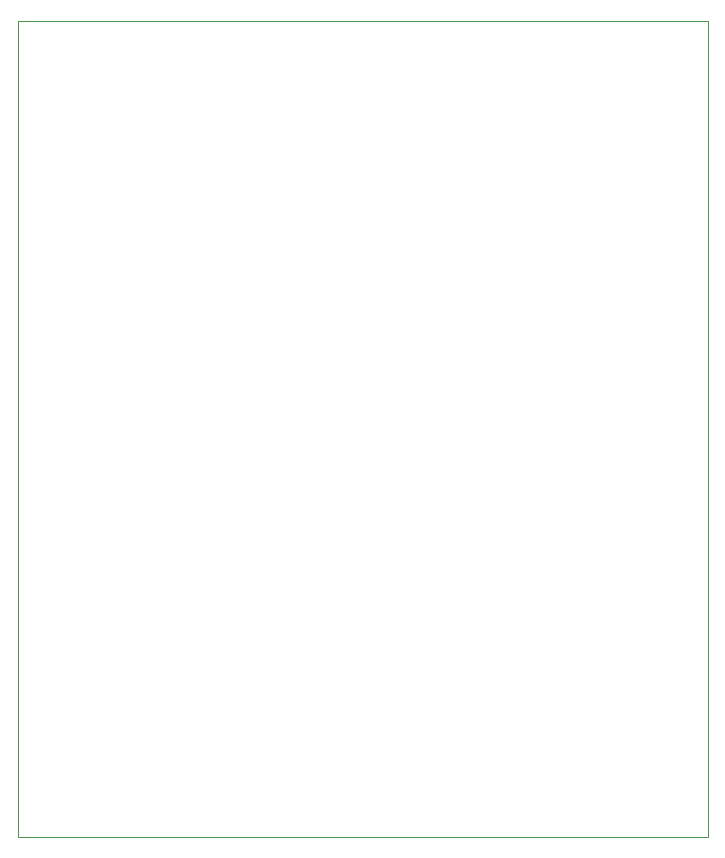
<source format=gbr>
%TF.GenerationSoftware,KiCad,Pcbnew,9.0.6*%
%TF.CreationDate,2025-12-16T16:23:58-03:00*%
%TF.ProjectId,shield teensy_v3,73686965-6c64-4207-9465-656e73795f76,rev?*%
%TF.SameCoordinates,Original*%
%TF.FileFunction,Profile,NP*%
%FSLAX46Y46*%
G04 Gerber Fmt 4.6, Leading zero omitted, Abs format (unit mm)*
G04 Created by KiCad (PCBNEW 9.0.6) date 2025-12-16 16:23:58*
%MOMM*%
%LPD*%
G01*
G04 APERTURE LIST*
%TA.AperFunction,Profile*%
%ADD10C,0.100000*%
%TD*%
G04 APERTURE END LIST*
D10*
X143340000Y-62370000D02*
X201730000Y-62370000D01*
X201730000Y-131450000D01*
X143340000Y-131450000D01*
X143340000Y-62370000D01*
M02*

</source>
